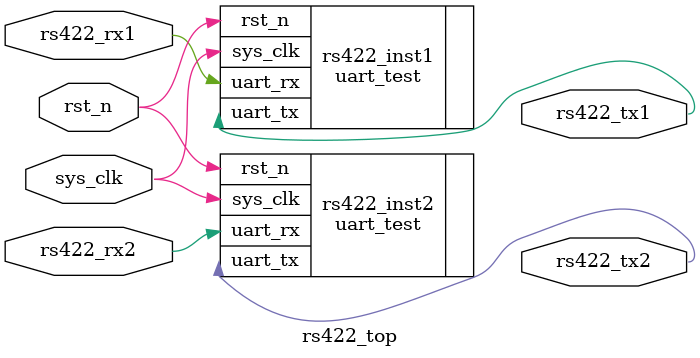
<source format=v>
`timescale 1ns / 1ps

module rs422_top(
	input                        sys_clk,       //system clock 50Mhz on board
    input                        rst_n,        //reset ,low active
	input 						 rs422_rx1,	
	output                       rs422_tx1,
	input 						 rs422_rx2,	
	output                       rs422_tx2
    );
	
	
uart_test	rs422_inst1
(
    .sys_clk		(sys_clk),       //system clock 50Mhz on board
    .rst_n			(rst_n	),        //reset ,low active
	.uart_rx		(rs422_rx1),
	.uart_tx		(rs422_tx1)
);	
	
	
uart_test	rs422_inst2
(
    .sys_clk		(sys_clk),       //system clock 50Mhz on board
    .rst_n			(rst_n	),        //reset ,low active
	.uart_rx		(rs422_rx2),
	.uart_tx		(rs422_tx2)
);		
	
endmodule

</source>
